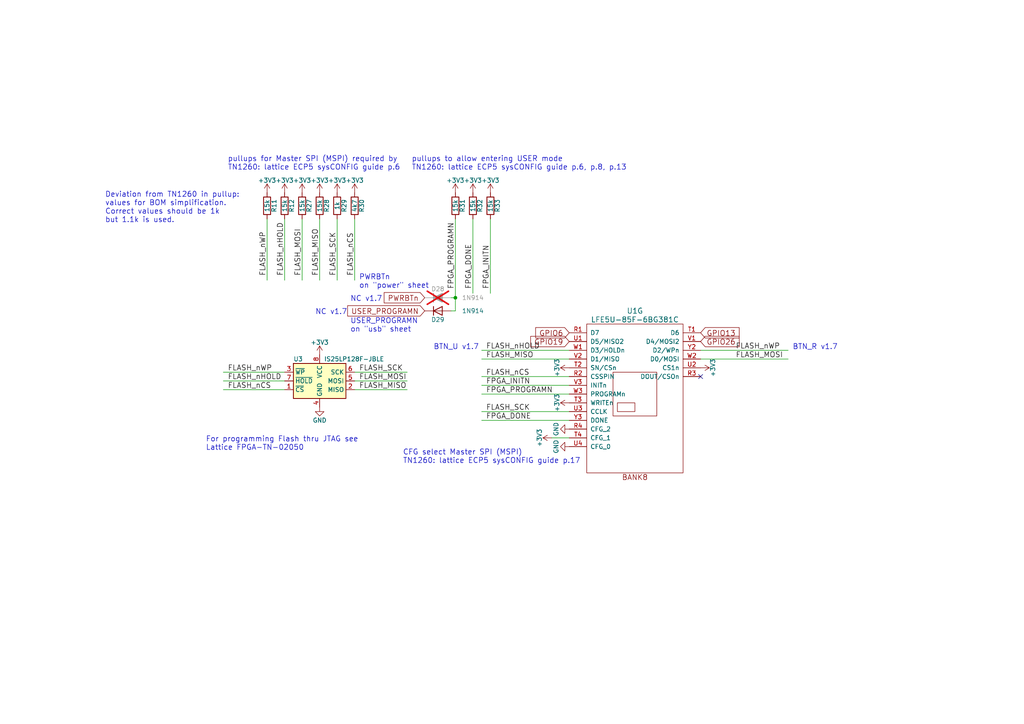
<source format=kicad_sch>
(kicad_sch (version 20231120) (generator "eeschema") (generator_version "8.0")
  (paper "A4")
  (title_block (title "${project_name}") (date "2025-03-12") (rev "${project_version}") (company "${project_creator}") (comment 1 "SPI flash") (comment 2 "License: ${project_license}"))
  (lib_symbols
    (symbol "Device:D" (pin_numbers hide) (pin_names (offset 1.016) hide)
      (property "Reference" "D" (at 0 2.54 0))
      (property "Value" "D" (at 0 -2.54 0))
      (symbol "D_0_1"
        (polyline (pts (xy -1.27 1.27) (xy -1.27 -1.27)) (stroke (width 0.254)))
        (polyline (pts (xy 1.27 0) (xy -1.27 0)))
        (polyline (pts (xy 1.27 1.27) (xy 1.27 -1.27) (xy -1.27 0) (xy 1.27 1.27)) (stroke (width 0.254)))
      )
      (symbol "D_1_1"
        (pin passive line (at -3.81 0 0) (length 2.54) (name "K") (number "1"))
        (pin passive line (at 3.81 0 180) (length 2.54) (name "A") (number "2"))
      )
    )
    (symbol "Device:R" (pin_numbers hide) (pin_names (offset 0))
      (property "Reference" "R" (at 2.032 0 90))
      (property "Value" "R" (at 0 0 90))
      (symbol "R_0_1"
        (rectangle (start -1.016 -2.54) (end 1.016 2.54) (stroke (width 0.254)))
      )
      (symbol "R_1_1"
        (pin passive line (at 0 3.81 270) (length 1.27) (name "~") (number "1"))
        (pin passive line (at 0 -3.81 90) (length 1.27) (name "~") (number "2"))
      )
    )
    (symbol "Memory_EEPROM:25LCxxx"
      (property "Reference" "U" (at -7.62 6.35 0))
      (property "Value" "25LCxxx" (at 2.54 -6.35 0))
      (symbol "25LCxxx_1_1"
        (rectangle (start -7.62 5.08) (end 7.62 -5.08) (stroke (width 0.254)) (fill (type background)))
        (pin input line (at -10.16 -2.54 0) (length 2.54) (name "~{CS}") (number "1"))
        (pin tri_state line (at 10.16 -2.54 180) (length 2.54) (name "MISO") (number "2"))
        (pin input line (at -10.16 2.54 0) (length 2.54) (name "~{WP}") (number "3"))
        (pin power_in line (at 0 -7.62 90) (length 2.54) (name "GND") (number "4"))
        (pin input line (at 10.16 0 180) (length 2.54) (name "MOSI") (number "5"))
        (pin input line (at 10.16 2.54 180) (length 2.54) (name "SCK") (number "6"))
        (pin input line (at -10.16 0 0) (length 2.54) (name "~{HOLD}") (number "7"))
        (pin power_in line (at 0 7.62 270) (length 2.54) (name "VCC") (number "8"))
      )
    )
    (symbol "lfe5bg381:LFE5UM-85F-6BG381C" (pin_names (offset 1.016))
      (property "Reference" "U" (at 0 24.13 0))
      (property "Value" "LFE5UM-85F-6BG381C" (at 0 21.59 0))
      (symbol "LFE5UM-85F-6BG381C_1_1"
        (rectangle (start -13.97 20.32) (end 13.97 -17.78))
        (rectangle (start -6.35 6.35) (end 6.35 -6.35))
        (rectangle (start -5.08 5.08) (end 0 2.54))
        (text "BANK0" (at 0 -19.05 0) (effects (font (size 1.524 1.524))))
        (pin input line (at -19.05 15.24 0) (length 5.08) (name "PCLKT0_1") (number "A10"))
        (pin input line (at 19.05 15.24 180) (length 5.08) (name "PCLKC0_1") (number "A11"))
        (pin input line (at -19.05 -10.16 0) (length 5.08) (name "PT4A") (number "A6"))
        (pin input line (at -19.05 5.08 0) (length 5.08) (name "PT18A") (number "A7"))
        (pin input line (at 19.05 5.08 180) (length 5.08) (name "PT18B") (number "A8"))
        (pin input line (at -19.05 12.7 0) (length 5.08) (name "GR_PCLK0_1") (number "A9"))
        (pin input line (at 19.05 12.7 180) (length 5.08) (name "GR_PCLK0_0") (number "B10"))
        (pin input line (at -19.05 17.78 0) (length 5.08) (name "PCLKT0_0") (number "B11"))
        (pin input line (at 19.05 -10.16 180) (length 5.08) (name "PT4B") (number "B6"))
        (pin input line (at 19.05 2.54 180) (length 5.08) (name "PT15B") (number "B8"))
        (pin input line (at -19.05 10.16 0) (length 5.08) (name "PT58A") (number "B9"))
        (pin input line (at 19.05 10.16 180) (length 5.08) (name "PT58B") (number "C10"))
        (pin input line (at 19.05 17.78 180) (length 5.08) (name "PCLKC0_0") (number "C11"))
        (pin input line (at -19.05 -2.54 0) (length 5.08) (name "PT11A") (number "C6"))
        (pin input line (at 19.05 -2.54 180) (length 5.08) (name "PT11B") (number "C7"))
        (pin input line (at -19.05 2.54 0) (length 5.08) (name "PT15A") (number "C8"))
        (pin input line (at -19.05 -15.24 0) (length 5.08) (name "PT54A") (number "C9"))
        (pin input line (at -19.05 -12.7 0) (length 5.08) (name "PT56A") (number "D10"))
        (pin input line (at 19.05 -7.62 180) (length 5.08) (name "PT6B") (number "D6"))
        (pin input line (at 19.05 -5.08 180) (length 5.08) (name "PT9B") (number "D7"))
        (pin input line (at 19.05 0 180) (length 5.08) (name "PT13B") (number "D8"))
        (pin input line (at -19.05 7.62 0) (length 5.08) (name "PT20A") (number "D9"))
        (pin input line (at 19.05 -12.7 180) (length 5.08) (name "PT56B") (number "E10"))
        (pin input line (at -19.05 -7.62 0) (length 5.08) (name "PT6A") (number "E6"))
        (pin input line (at -19.05 -5.08 0) (length 5.08) (name "PT9A") (number "E7"))
        (pin input line (at -19.05 0 0) (length 5.08) (name "PT13A") (number "E8"))
        (pin input line (at 19.05 7.62 180) (length 5.08) (name "PT20B") (number "E9"))
      )
      (symbol "LFE5UM-85F-6BG381C_2_0"
        (text "BANK1" (at 0 -26.67 0) (effects (font (size 1.524 1.524))))
      )
      (symbol "LFE5UM-85F-6BG381C_2_1"
        (rectangle (start -13.97 20.32) (end 13.97 -25.4))
        (rectangle (start -6.35 6.35) (end 6.35 -6.35))
        (rectangle (start 0 5.08) (end 5.08 2.54))
        (pin input line (at -19.05 -12.7 0) (length 5.08) (name "PT76A") (number "A12"))
        (pin input line (at 19.05 -12.7 180) (length 5.08) (name "PT76B") (number "A13"))
        (pin input line (at -19.05 -5.08 0) (length 5.08) (name "PT83A") (number "A14"))
        (pin input line (at -19.05 -22.86 0) (length 5.08) (name "PT103A") (number "A15"))
        (pin input line (at -19.05 5.08 0) (length 5.08) (name "PT110A") (number "A16"))
        (pin input line (at -19.05 12.7 0) (length 5.08) (name "PT116A") (number "A17"))
        (pin input line (at -19.05 15.24 0) (length 5.08) (name "PT119A") (number "A18"))
        (pin input line (at -19.05 17.78 0) (length 5.08) (name "PT121A") (number "A19"))
        (pin input line (at -19.05 -17.78 0) (length 5.08) (name "PCLKT1_0") (number "B12"))
        (pin input line (at -19.05 -10.16 0) (length 5.08) (name "PT78A") (number "B13"))
        (pin input line (at -19.05 0 0) (length 5.08) (name "PT105A") (number "B15"))
        (pin input line (at 19.05 5.08 180) (length 5.08) (name "PT110B") (number "B16"))
        (pin input line (at -19.05 10.16 0) (length 5.08) (name "PT114A") (number "B17"))
        (pin input line (at 19.05 12.7 180) (length 5.08) (name "PT116B") (number "B18"))
        (pin input line (at 19.05 15.24 180) (length 5.08) (name "PT119B") (number "B19"))
        (pin input line (at 19.05 17.78 180) (length 5.08) (name "PT121B") (number "B20"))
        (pin input line (at 19.05 -17.78 180) (length 5.08) (name "PCLKC1_0") (number "C12"))
        (pin input line (at 19.05 -10.16 180) (length 5.08) (name "PT78B") (number "C13"))
        (pin input line (at 19.05 -5.08 180) (length 5.08) (name "PT83B") (number "C14"))
        (pin input line (at 19.05 0 180) (length 5.08) (name "PT105B") (number "C15"))
        (pin input line (at -19.05 7.62 0) (length 5.08) (name "PT112A") (number "C16"))
        (pin input line (at 19.05 10.16 180) (length 5.08) (name "PT114B") (number "C17"))
        (pin input line (at -19.05 -20.32 0) (length 5.08) (name "PCLKT1_1") (number "D11"))
        (pin input line (at -19.05 -15.24 0) (length 5.08) (name "GR_PCLK1_0") (number "D12"))
        (pin input line (at -19.05 -7.62 0) (length 5.08) (name "PT80A") (number "D13"))
        (pin input line (at -19.05 -2.54 0) (length 5.08) (name "PT85A") (number "D14"))
        (pin input line (at -19.05 2.54 0) (length 5.08) (name "PT107A") (number "D15"))
        (pin input line (at 19.05 7.62 180) (length 5.08) (name "PT112B") (number "D16"))
        (pin input line (at 19.05 -20.32 180) (length 5.08) (name "PCLKC1_1") (number "E11"))
        (pin input line (at 19.05 -15.24 180) (length 5.08) (name "GR_PCLK1_1") (number "E12"))
        (pin input line (at 19.05 -7.62 180) (length 5.08) (name "PT80B") (number "E13"))
        (pin input line (at 19.05 -2.54 180) (length 5.08) (name "PT85B") (number "E14"))
        (pin input line (at 19.05 2.54 180) (length 5.08) (name "PT107B") (number "E15"))
      )
      (symbol "LFE5UM-85F-6BG381C_3_0"
        (text "BANK2" (at 0 -26.67 0) (effects (font (size 1.524 1.524))))
      )
      (symbol "LFE5UM-85F-6BG381C_3_1"
        (rectangle (start -13.97 20.32) (end 13.97 -25.4))
        (rectangle (start -6.35 6.35) (end 6.35 -6.35))
        (rectangle (start 5.08 5.08) (end 2.54 0))
        (pin input line (at -19.05 -20.32 0) (length 5.08) (name "PR11A") (number "C18"))
        (pin input line (at -19.05 0 0) (length 5.08) (name "PR35A") (number "C20"))
        (pin input line (at 19.05 -20.32 180) (length 5.08) (name "PR11B") (number "D17"))
        (pin input line (at -19.05 -15.24 0) (length 5.08) (name "PR14A") (number "D18"))
        (pin input line (at 19.05 0 180) (length 5.08) (name "PR35B") (number "D19"))
        (pin input line (at -19.05 2.54 0) (length 5.08) (name "VREF1_2") (number "D20"))
        (pin input line (at -19.05 -17.78 0) (length 5.08) (name "PR11C") (number "E16"))
        (pin input line (at 19.05 -15.24 180) (length 5.08) (name "PR14B") (number "E17"))
        (pin input line (at -19.05 -12.7 0) (length 5.08) (name "PR14C") (number "E18"))
        (pin input line (at 19.05 2.54 180) (length 5.08) (name "PR35D") (number "E19"))
        (pin input line (at -19.05 5.08 0) (length 5.08) (name "PR38A") (number "E20"))
        (pin input line (at 19.05 -17.78 180) (length 5.08) (name "PR11D") (number "F16"))
        (pin input line (at -19.05 -10.16 0) (length 5.08) (name "PR17A") (number "F17"))
        (pin input line (at 19.05 -12.7 180) (length 5.08) (name "PR14D") (number "F18"))
        (pin input line (at 19.05 5.08 180) (length 5.08) (name "PR38B") (number "F19"))
        (pin input line (at -19.05 7.62 0) (length 5.08) (name "PR38C") (number "F20"))
        (pin input line (at -19.05 -7.62 0) (length 5.08) (name "PR17C") (number "G16"))
        (pin input line (at 19.05 -10.16 180) (length 5.08) (name "PR17B") (number "G18"))
        (pin input line (at -19.05 10.16 0) (length 5.08) (name "GR_PCLK2_1") (number "G19"))
        (pin input line (at 19.05 7.62 180) (length 5.08) (name "PR38D") (number "G20"))
        (pin input line (at 19.05 -7.62 180) (length 5.08) (name "PR17D") (number "H16"))
        (pin input line (at 19.05 -5.08 180) (length 5.08) (name "PR20B") (number "H17"))
        (pin input line (at -19.05 -5.08 0) (length 5.08) (name "PR20A") (number "H18"))
        (pin input line (at 19.05 10.16 180) (length 5.08) (name "PR41B") (number "H20"))
        (pin input line (at 19.05 -2.54 180) (length 5.08) (name "PR20D") (number "J16"))
        (pin input line (at -19.05 -2.54 0) (length 5.08) (name "PR20C") (number "J17"))
        (pin input line (at -19.05 12.7 0) (length 5.08) (name "GR_PCLK2_0") (number "J18"))
        (pin input line (at -19.05 15.24 0) (length 5.08) (name "PCLKT2_1") (number "J19"))
        (pin input line (at -19.05 17.78 0) (length 5.08) (name "PCLKT2_0") (number "J20"))
        (pin input line (at -19.05 -22.86 0) (length 5.08) (name "PR29A") (number "K16"))
        (pin input line (at 19.05 -22.86 180) (length 5.08) (name "PR29B") (number "K17"))
        (pin input line (at 19.05 12.7 180) (length 5.08) (name "PR41D") (number "K18"))
        (pin input line (at 19.05 15.24 180) (length 5.08) (name "PCLKC2_1") (number "K19"))
        (pin input line (at 19.05 17.78 180) (length 5.08) (name "PCLKC2_0") (number "K20"))
      )
      (symbol "LFE5UM-85F-6BG381C_4_0"
        (text "BANK3" (at 0 -26.67 0) (effects (font (size 1.524 1.524))))
      )
      (symbol "LFE5UM-85F-6BG381C_4_1"
        (rectangle (start -13.97 20.32) (end 13.97 -25.4))
        (rectangle (start -6.35 6.35) (end 6.35 -6.35))
        (rectangle (start 2.54 0) (end 5.08 -5.08))
        (pin input line (at -19.05 -15.24 0) (length 5.08) (name "GR_PCLK3_0") (number "L16"))
        (pin input line (at 19.05 -15.24 180) (length 5.08) (name "PR50B") (number "L17"))
        (pin input line (at -19.05 -12.7 0) (length 5.08) (name "GR_PCLK3_1") (number "L18"))
        (pin input line (at -19.05 -17.78 0) (length 5.08) (name "PCLKT3_0") (number "L19"))
        (pin input line (at -19.05 -20.32 0) (length 5.08) (name "PCLKT3_1") (number "L20"))
        (pin input line (at 19.05 -10.16 180) (length 5.08) (name "PR53B") (number "M17"))
        (pin input line (at 19.05 -12.7 180) (length 5.08) (name "PR50D") (number "M18"))
        (pin input line (at 19.05 -17.78 180) (length 5.08) (name "PCLKC3_0") (number "M19"))
        (pin input line (at 19.05 -20.32 180) (length 5.08) (name "PCLKC3_1") (number "M20"))
        (pin input line (at -19.05 -10.16 0) (length 5.08) (name "PR53A") (number "N16"))
        (pin input line (at -19.05 -5.08 0) (length 5.08) (name "PR56A") (number "N17"))
        (pin input line (at -19.05 -7.62 0) (length 5.08) (name "PR53C") (number "N18"))
        (pin input line (at -19.05 0 0) (length 5.08) (name "PR83A") (number "N19"))
        (pin input line (at 19.05 0 180) (length 5.08) (name "PR83B") (number "N20"))
        (pin input line (at 19.05 -5.08 180) (length 5.08) (name "VREF1_3") (number "P16"))
        (pin input line (at 19.05 -7.62 180) (length 5.08) (name "PR53D") (number "P17"))
        (pin input line (at 19.05 2.54 180) (length 5.08) (name "PR83D") (number "P18"))
        (pin input line (at -19.05 2.54 0) (length 5.08) (name "PR83C") (number "P19"))
        (pin input line (at -19.05 5.08 0) (length 5.08) (name "PR86A") (number "P20"))
        (pin input line (at -19.05 -2.54 0) (length 5.08) (name "PR56C") (number "R16"))
        (pin input line (at 19.05 -2.54 180) (length 5.08) (name "PR56D") (number "R17"))
        (pin input line (at 19.05 10.16 180) (length 5.08) (name "PR89B") (number "R18"))
        (pin input line (at 19.05 5.08 180) (length 5.08) (name "PR86B") (number "R20"))
        (pin input line (at -19.05 -22.86 0) (length 5.08) (name "PR77A") (number "T16"))
        (pin input line (at 19.05 17.78 180) (length 5.08) (name "GPLL0C_IN") (number "T17"))
        (pin input line (at 19.05 12.7 180) (length 5.08) (name "PR89D") (number "T18"))
        (pin input line (at -19.05 10.16 0) (length 5.08) (name "PR89A") (number "T19"))
        (pin input line (at -19.05 7.62 0) (length 5.08) (name "PR86C") (number "T20"))
        (pin input line (at -19.05 17.78 0) (length 5.08) (name "GPLL0T_IN") (number "U16"))
        (pin input line (at 19.05 15.24 180) (length 5.08) (name "PR92B") (number "U17"))
        (pin input line (at -19.05 15.24 0) (length 5.08) (name "PR92A") (number "U18"))
        (pin input line (at -19.05 12.7 0) (length 5.08) (name "PR89C") (number "U19"))
        (pin input line (at 19.05 7.62 180) (length 5.08) (name "PR86D") (number "U20"))
      )
      (symbol "LFE5UM-85F-6BG381C_5_0"
        (text "BANK6" (at 0 -26.67 0) (effects (font (size 1.524 1.524))))
      )
      (symbol "LFE5UM-85F-6BG381C_5_1"
        (rectangle (start -13.97 20.32) (end 13.97 -25.4))
        (rectangle (start -6.35 6.35) (end 6.35 -6.35))
        (rectangle (start -5.08 0) (end -2.54 -5.08))
        (pin input line (at 19.05 15.24 180) (length 5.08) (name "PCLKC6_1") (number "F1"))
        (pin input line (at 19.05 17.78 180) (length 5.08) (name "PCLKC6_0") (number "G1"))
        (pin input line (at -19.05 15.24 0) (length 5.08) (name "PCLKT6_1") (number "G2"))
        (pin input line (at -19.05 7.62 0) (length 5.08) (name "PL53C") (number "H1"))
        (pin input line (at -19.05 17.78 0) (length 5.08) (name "PCLKT6_0") (number "H2"))
        (pin input line (at 19.05 5.08 180) (length 5.08) (name "PL53B") (number "J1"))
        (pin input line (at -19.05 12.7 0) (length 5.08) (name "GR_PCLK6_1") (number "J3"))
        (pin input line (at -19.05 10.16 0) (length 5.08) (name "GR_PCLK6_0") (number "J4"))
        (pin input line (at 19.05 10.16 180) (length 5.08) (name "PL50B") (number "J5"))
        (pin input line (at 19.05 7.62 180) (length 5.08) (name "PL53D") (number "K1"))
        (pin input line (at -19.05 5.08 0) (length 5.08) (name "PL53A") (number "K2"))
        (pin input line (at 19.05 12.7 180) (length 5.08) (name "PL50D") (number "K3"))
        (pin input line (at -19.05 0 0) (length 5.08) (name "PL56A") (number "K4"))
        (pin input line (at 19.05 0 180) (length 5.08) (name "VREF1_6") (number "K5"))
        (pin input line (at -19.05 -12.7 0) (length 5.08) (name "PL65C") (number "L1"))
        (pin input line (at 19.05 -7.62 180) (length 5.08) (name "PL86D") (number "L2"))
        (pin input line (at -19.05 -7.62 0) (length 5.08) (name "PL86C") (number "L3"))
        (pin input line (at -19.05 2.54 0) (length 5.08) (name "PL56C") (number "L4"))
        (pin input line (at 19.05 2.54 180) (length 5.08) (name "PL56D") (number "L5"))
        (pin input line (at 19.05 -15.24 180) (length 5.08) (name "PL89B") (number "M1"))
        (pin input line (at 19.05 -10.16 180) (length 5.08) (name "PL86B") (number "M3"))
        (pin input line (at -19.05 -5.08 0) (length 5.08) (name "PL83A") (number "M4"))
        (pin input line (at -19.05 -22.86 0) (length 5.08) (name "PL77A") (number "M5"))
        (pin input line (at 19.05 -12.7 180) (length 5.08) (name "PL89D") (number "N1"))
        (pin input line (at -19.05 -15.24 0) (length 5.08) (name "PL65A") (number "N2"))
        (pin input line (at -19.05 -10.16 0) (length 5.08) (name "PL86A") (number "N3"))
        (pin input line (at -19.05 -2.54 0) (length 5.08) (name "PL83C") (number "N4"))
        (pin input line (at 19.05 -5.08 180) (length 5.08) (name "PL83B") (number "N5"))
        (pin input line (at -19.05 -20.32 0) (length 5.08) (name "PL92A") (number "P1"))
        (pin input line (at 19.05 -20.32 180) (length 5.08) (name "PL92B") (number "P2"))
        (pin input line (at -19.05 -17.78 0) (length 5.08) (name "GPLL0T_IN") (number "P3"))
        (pin input line (at 19.05 -17.78 180) (length 5.08) (name "GPLL0C_IN") (number "P4"))
        (pin input line (at 19.05 -2.54 180) (length 5.08) (name "PL83D") (number "P5"))
      )
      (symbol "LFE5UM-85F-6BG381C_6_0"
        (text "BANK7" (at 0 -24.13 0) (effects (font (size 1.524 1.524))))
      )
      (symbol "LFE5UM-85F-6BG381C_6_1"
        (rectangle (start -13.97 20.32) (end 13.97 -22.86))
        (rectangle (start -6.35 6.35) (end 6.35 -6.35))
        (rectangle (start -5.08 5.08) (end -2.54 0))
        (pin input line (at -19.05 -5.08 0) (length 5.08) (name "PL35A") (number "A2"))
        (pin input line (at -19.05 12.7 0) (length 5.08) (name "PL14C") (number "A3"))
        (pin input line (at -19.05 15.24 0) (length 5.08) (name "PL11A") (number "A4"))
        (pin input line (at 19.05 15.24 180) (length 5.08) (name "PL11B") (number "A5"))
        (pin input line (at 19.05 -5.08 180) (length 5.08) (name "PL35B") (number "B1"))
        (pin input line (at -19.05 -2.54 0) (length 5.08) (name "VREF1_7") (number "B2"))
        (pin input line (at 19.05 12.7 180) (length 5.08) (name "PL14D") (number "B3"))
        (pin input line (at 19.05 10.16 180) (length 5.08) (name "PL14B") (number "B4"))
        (pin input line (at -19.05 17.78 0) (length 5.08) (name "PL11C") (number "B5"))
        (pin input line (at -19.05 -10.16 0) (length 5.08) (name "PL38A") (number "C1"))
        (pin input line (at 19.05 -2.54 180) (length 5.08) (name "PL35D") (number "C2"))
        (pin input line (at -19.05 7.62 0) (length 5.08) (name "PL17C") (number "C3"))
        (pin input line (at -19.05 10.16 0) (length 5.08) (name "PL14A") (number "C4"))
        (pin input line (at 19.05 17.78 180) (length 5.08) (name "PL11D") (number "C5"))
        (pin input line (at 19.05 -10.16 180) (length 5.08) (name "PL38B") (number "D1"))
        (pin input line (at -19.05 -7.62 0) (length 5.08) (name "PL38C") (number "D2"))
        (pin input line (at 19.05 7.62 180) (length 5.08) (name "PL17D") (number "D3"))
        (pin input line (at 19.05 5.08 180) (length 5.08) (name "PL17B") (number "D5"))
        (pin input line (at 19.05 -7.62 180) (length 5.08) (name "PL38D") (number "E1"))
        (pin input line (at 19.05 -17.78 180) (length 5.08) (name "PCLKC7_0") (number "E2"))
        (pin input line (at 19.05 0 180) (length 5.08) (name "PL20B") (number "E3"))
        (pin input line (at -19.05 5.08 0) (length 5.08) (name "PL17A") (number "E4"))
        (pin input line (at -19.05 2.54 0) (length 5.08) (name "PL20C") (number "E5"))
        (pin input line (at -19.05 -17.78 0) (length 5.08) (name "PCLKT7_0") (number "F2"))
        (pin input line (at 19.05 -20.32 180) (length 5.08) (name "PCLKC7_1") (number "F3"))
        (pin input line (at -19.05 0 0) (length 5.08) (name "PL20A") (number "F4"))
        (pin input line (at 19.05 2.54 180) (length 5.08) (name "PL20D") (number "F5"))
        (pin input line (at -19.05 -20.32 0) (length 5.08) (name "PCLKT7_1") (number "G3"))
        (pin input line (at 19.05 -15.24 180) (length 5.08) (name "PL41B") (number "G5"))
        (pin input line (at 19.05 -12.7 180) (length 5.08) (name "PL41D") (number "H3"))
        (pin input line (at -19.05 -15.24 0) (length 5.08) (name "GR_PCLK7_1") (number "H4"))
        (pin input line (at -19.05 -12.7 0) (length 5.08) (name "GR_PCLK7_0") (number "H5"))
      )
      (symbol "LFE5UM-85F-6BG381C_7_0"
        (text "BANK8" (at 0 -24.13 0) (effects (font (size 1.524 1.524))))
      )
      (symbol "LFE5UM-85F-6BG381C_7_1"
        (rectangle (start -13.97 20.32) (end 13.97 -22.86))
        (rectangle (start -6.35 6.35) (end 6.35 -6.35))
        (rectangle (start -5.08 -5.08) (end 0 -2.54))
        (pin input line (at -19.05 17.78 0) (length 5.08) (name "D7") (number "R1"))
        (pin input line (at -19.05 5.08 0) (length 5.08) (name "CSSPIN") (number "R2"))
        (pin input line (at 19.05 5.08 180) (length 5.08) (name "DOUT/CSOn") (number "R3"))
        (pin input line (at -19.05 -10.16 0) (length 5.08) (name "CFG_2") (number "R4"))
        (pin input line (at 19.05 17.78 180) (length 5.08) (name "D6") (number "T1"))
        (pin input line (at -19.05 7.62 0) (length 5.08) (name "SN/CSn") (number "T2"))
        (pin input line (at -19.05 -2.54 0) (length 5.08) (name "WRITEn") (number "T3"))
        (pin input line (at -19.05 -12.7 0) (length 5.08) (name "CFG_1") (number "T4"))
        (pin input line (at -19.05 15.24 0) (length 5.08) (name "D5/MISO2") (number "U1"))
        (pin input line (at 19.05 7.62 180) (length 5.08) (name "CS1n") (number "U2"))
        (pin input line (at -19.05 -5.08 0) (length 5.08) (name "CCLK") (number "U3"))
        (pin input line (at -19.05 -15.24 0) (length 5.08) (name "CFG_0") (number "U4"))
        (pin input line (at 19.05 15.24 180) (length 5.08) (name "D4/MOSI2") (number "V1"))
        (pin input line (at -19.05 10.16 0) (length 5.08) (name "D1/MISO") (number "V2"))
        (pin input line (at -19.05 2.54 0) (length 5.08) (name "INITn") (number "V3"))
        (pin input line (at -19.05 12.7 0) (length 5.08) (name "D3/HOLDn") (number "W1"))
        (pin input line (at 19.05 10.16 180) (length 5.08) (name "D0/MOSI") (number "W2"))
        (pin input line (at -19.05 0 0) (length 5.08) (name "PROGRAMn") (number "W3"))
        (pin input line (at 19.05 12.7 180) (length 5.08) (name "D2/WPn") (number "Y2"))
        (pin input line (at -19.05 -7.62 0) (length 5.08) (name "DONE") (number "Y3"))
      )
      (symbol "LFE5UM-85F-6BG381C_8_0"
        (text "BANK50,51" (at 0 -27.94 0) (effects (font (size 1.524 1.524))))
        (text "SERDES" (at 0 -30.48 0) (effects (font (size 1.524 1.524))))
      )
      (symbol "LFE5UM-85F-6BG381C_8_1"
        (rectangle (start -16.51 25.4) (end 16.51 -26.67))
        (rectangle (start -6.35 6.35) (end 6.35 -6.35))
        (rectangle (start 3.81 -5.08) (end -3.81 -3.81))
        (pin input line (at 21.59 8.89 180) (length 5.08) (name "VCCHTX0_D0CH1") (number "T10"))
        (pin input line (at -21.59 -7.62 0) (length 5.08) (name "VCCHTX0_D1CH0") (number "T11"))
        (pin input line (at -21.59 -10.16 0) (length 5.08) (name "VCCHRX0_D1CH0") (number "T12"))
        (pin input line (at 21.59 -10.16 180) (length 5.08) (name "VCCHRX0_D1CH1") (number "T13"))
        (pin input line (at 21.59 -7.62 180) (length 5.08) (name "VCCHTX0_D1CH1") (number "T14"))
        (pin input line (at -21.59 -2.54 0) (length 5.08) (name "VCCA1") (number "T15"))
        (pin input line (at -21.59 3.81 0) (length 5.08) (name "VCCA0") (number "T6"))
        (pin input line (at -21.59 8.89 0) (length 5.08) (name "VCCHTX0_D0CH0") (number "T7"))
        (pin input line (at -21.59 6.35 0) (length 5.08) (name "VCCHRX0_D0CH0") (number "T8"))
        (pin input line (at 21.59 6.35 180) (length 5.08) (name "VCCHRX0_D0CH1") (number "T9"))
        (pin input line (at -21.59 -5.08 0) (length 5.08) (name "VCCA1") (number "U15"))
        (pin input line (at -21.59 1.27 0) (length 5.08) (name "VCCA0") (number "U6"))
        (pin input line (at 21.59 3.81 180) (length 5.08) (name "VCCAUXA0") (number "V10"))
        (pin input line (at 21.59 1.27 180) (length 5.08) (name "VCCAUXA0") (number "V11"))
        (pin input line (at 21.59 -2.54 180) (length 5.08) (name "VCCAUXA1") (number "V17"))
        (pin input line (at 21.59 -5.08 180) (length 5.08) (name "VCCAUXA1") (number "V18"))
        (pin input line (at -21.59 -16.51 0) (length 5.08) (name "HDTXP0_D1CH0") (number "W13"))
        (pin input line (at 21.59 -16.51 180) (length 5.08) (name "HDTXN0_D1CH0") (number "W14"))
        (pin input line (at -21.59 -21.59 0) (length 5.08) (name "HDTXP0_D1CH1") (number "W17"))
        (pin input line (at 21.59 -21.59 180) (length 5.08) (name "HDTXN0_D1CH1") (number "W18"))
        (pin input line (at 21.59 -13.97 180) (length 5.08) (name "REFCLKN_D1") (number "W20"))
        (pin input line (at -21.59 20.32 0) (length 5.08) (name "HDTXP0_D0CH0") (number "W4"))
        (pin input line (at 21.59 20.32 180) (length 5.08) (name "HDTXN0_D0CH0") (number "W5"))
        (pin input line (at -21.59 15.24 0) (length 5.08) (name "HDTXP0_D0CH1") (number "W8"))
        (pin input line (at 21.59 15.24 180) (length 5.08) (name "HDTXN0_D0CH1") (number "W9"))
        (pin input line (at -21.59 22.86 0) (length 5.08) (name "REFCLKP_D0") (number "Y11"))
        (pin input line (at 21.59 22.86 180) (length 5.08) (name "REFCLKN_D0") (number "Y12"))
        (pin input line (at -21.59 -19.05 0) (length 5.08) (name "HDRXP0_D1CH0") (number "Y14"))
        (pin input line (at 21.59 -19.05 180) (length 5.08) (name "HDRXN0_D1CH0") (number "Y15"))
        (pin input line (at -21.59 -24.13 0) (length 5.08) (name "HDRXP0_D1CH1") (number "Y16"))
        (pin input line (at 21.59 -24.13 180) (length 5.08) (name "HDRXN0_D1CH1") (number "Y17"))
        (pin input line (at -21.59 -13.97 0) (length 5.08) (name "REFCLKP_D1") (number "Y19"))
        (pin input line (at -21.59 17.78 0) (length 5.08) (name "HDRXP0_D0CH0") (number "Y5"))
        (pin input line (at 21.59 17.78 180) (length 5.08) (name "HDRXN0_D0CH0") (number "Y6"))
        (pin input line (at -21.59 12.7 0) (length 5.08) (name "HDRXP0_D0CH1") (number "Y7"))
        (pin input line (at 21.59 12.7 180) (length 5.08) (name "HDRXN0_D0CH1") (number "Y8"))
      )
      (symbol "LFE5UM-85F-6BG381C_9_1"
        (rectangle (start -109.22 11.43) (end 118.11 -12.7))
        (rectangle (start -6.35 6.35) (end 6.35 -6.35))
        (rectangle (start -2.54 2.54) (end 2.54 -2.54))
        (text "POWER" (at 0 3.81 0) (effects (font (size 1.524 1.524))))
        (pin input line (at -77.47 -17.78 90) (length 5.08) (name "GND") (number "B14"))
        (pin input line (at 13.97 -17.78 90) (length 5.08) (name "GND") (number "B7"))
        (pin input line (at -97.79 -17.78 90) (length 5.08) (name "GND") (number "C19"))
        (pin input line (at 41.91 -17.78 90) (length 5.08) (name "GND") (number "D4"))
        (pin input line (at -40.64 16.51 270) (length 5.08) (name "VCCio0") (number "F10"))
        (pin input line (at -30.48 16.51 270) (length 5.08) (name "VCCio1") (number "F11"))
        (pin input line (at -33.02 16.51 270) (length 5.08) (name "VCCio1") (number "F12"))
        (pin input line (at -57.15 -17.78 90) (length 5.08) (name "GND") (number "F13"))
        (pin input line (at -74.93 -17.78 90) (length 5.08) (name "GND") (number "F14"))
        (pin input line (at -53.34 16.51 270) (length 5.08) (name "VCCAUX") (number "F15"))
        (pin input line (at -48.26 16.51 270) (length 5.08) (name "VCCAUX") (number "F6"))
        (pin input line (at 16.51 -17.78 90) (length 5.08) (name "GND") (number "F7"))
        (pin input line (at 6.35 -17.78 90) (length 5.08) (name "GND") (number "F8"))
        (pin input line (at -38.1 16.51 270) (length 5.08) (name "VCCio0") (number "F9"))
        (pin input line (at -19.05 -17.78 90) (length 5.08) (name "GND") (number "G10"))
        (pin input line (at -34.29 -17.78 90) (length 5.08) (name "GND") (number "G11"))
        (pin input line (at -49.53 -17.78 90) (length 5.08) (name "GND") (number "G12"))
        (pin input line (at -54.61 -17.78 90) (length 5.08) (name "GND") (number "G13"))
        (pin input line (at -72.39 -17.78 90) (length 5.08) (name "GND") (number "G14"))
        (pin input line (at -85.09 -17.78 90) (length 5.08) (name "GND") (number "G15"))
        (pin input line (at -90.17 -17.78 90) (length 5.08) (name "GND") (number "G17"))
        (pin input line (at 44.45 -17.78 90) (length 5.08) (name "GND") (number "G4"))
        (pin input line (at 34.29 -17.78 90) (length 5.08) (name "GND") (number "G6"))
        (pin input line (at 19.05 -17.78 90) (length 5.08) (name "GND") (number "G7"))
        (pin input line (at 8.89 -17.78 90) (length 5.08) (name "GND") (number "G8"))
        (pin input line (at -6.35 -17.78 90) (length 5.08) (name "GND") (number "G9"))
        (pin input line (at -81.28 16.51 270) (length 5.08) (name "VCC") (number "H10"))
        (pin input line (at -86.36 16.51 270) (length 5.08) (name "VCC") (number "H11"))
        (pin input line (at -91.44 16.51 270) (length 5.08) (name "VCC") (number "H12"))
        (pin input line (at -106.68 16.51 270) (length 5.08) (name "VCC") (number "H13"))
        (pin input line (at -20.32 16.51 270) (length 5.08) (name "VCCio2") (number "H14"))
        (pin input line (at -25.4 16.51 270) (length 5.08) (name "VCCio2") (number "H15"))
        (pin input line (at -95.25 -17.78 90) (length 5.08) (name "GND") (number "H19"))
        (pin input line (at 29.21 16.51 270) (length 5.08) (name "VCCio7") (number "H6"))
        (pin input line (at 26.67 16.51 270) (length 5.08) (name "VCCio7") (number "H7"))
        (pin input line (at -71.12 16.51 270) (length 5.08) (name "VCC") (number "H8"))
        (pin input line (at -76.2 16.51 270) (length 5.08) (name "VCC") (number "H9"))
        (pin input line (at -16.51 -17.78 90) (length 5.08) (name "GND") (number "J10"))
        (pin input line (at -31.75 -17.78 90) (length 5.08) (name "GND") (number "J11"))
        (pin input line (at -46.99 -17.78 90) (length 5.08) (name "GND") (number "J12"))
        (pin input line (at -104.14 16.51 270) (length 5.08) (name "VCC") (number "J13"))
        (pin input line (at -69.85 -17.78 90) (length 5.08) (name "GND") (number "J14"))
        (pin input line (at -22.86 16.51 270) (length 5.08) (name "VCCio2") (number "J15"))
        (pin input line (at 46.99 -17.78 90) (length 5.08) (name "GND") (number "J2"))
        (pin input line (at 31.75 16.51 270) (length 5.08) (name "VCCio7") (number "J6"))
        (pin input line (at 21.59 -17.78 90) (length 5.08) (name "GND") (number "J7"))
        (pin input line (at -68.58 16.51 270) (length 5.08) (name "VCC") (number "J8"))
        (pin input line (at -3.81 -17.78 90) (length 5.08) (name "GND") (number "J9"))
        (pin input line (at -13.97 -17.78 90) (length 5.08) (name "GND") (number "K10"))
        (pin input line (at -29.21 -17.78 90) (length 5.08) (name "GND") (number "K11"))
        (pin input line (at -44.45 -17.78 90) (length 5.08) (name "GND") (number "K12"))
        (pin input line (at -101.6 16.51 270) (length 5.08) (name "VCC") (number "K13"))
        (pin input line (at -67.31 -17.78 90) (length 5.08) (name "GND") (number "K14"))
        (pin input line (at -82.55 -17.78 90) (length 5.08) (name "GND") (number "K15"))
        (pin input line (at 36.83 -17.78 90) (length 5.08) (name "GND") (number "K6"))
        (pin input line (at 24.13 -17.78 90) (length 5.08) (name "GND") (number "K7"))
        (pin input line (at -66.04 16.51 270) (length 5.08) (name "VCC") (number "K8"))
        (pin input line (at -1.27 -17.78 90) (length 5.08) (name "GND") (number "K9"))
        (pin input line (at -11.43 -17.78 90) (length 5.08) (name "GND") (number "L10"))
        (pin input line (at -26.67 -17.78 90) (length 5.08) (name "GND") (number "L11"))
        (pin input line (at -41.91 -17.78 90) (length 5.08) (name "GND") (number "L12"))
        (pin input line (at -99.06 16.51 270) (length 5.08) (name "VCC") (number "L13"))
        (pin input line (at -10.16 16.51 270) (length 5.08) (name "VCCio3") (number "L14"))
        (pin input line (at -15.24 16.51 270) (length 5.08) (name "VCCio3") (number "L15"))
        (pin input line (at 19.05 16.51 270) (length 5.08) (name "VCCio6") (number "L6"))
        (pin input line (at 16.51 16.51 270) (length 5.08) (name "VCCio6") (number "L7"))
        (pin input line (at -63.5 16.51 270) (length 5.08) (name "VCC") (number "L8"))
        (pin input line (at 1.27 -17.78 90) (length 5.08) (name "GND") (number "L9"))
        (pin input line (at -8.89 -17.78 90) (length 5.08) (name "GND") (number "M10"))
        (pin input line (at -24.13 -17.78 90) (length 5.08) (name "GND") (number "M11"))
        (pin input line (at -39.37 -17.78 90) (length 5.08) (name "GND") (number "M12"))
        (pin input line (at -96.52 16.51 270) (length 5.08) (name "VCC") (number "M13"))
        (pin input line (at -64.77 -17.78 90) (length 5.08) (name "GND") (number "M14"))
        (pin input line (at -12.7 16.51 270) (length 5.08) (name "VCCio3") (number "M15"))
        (pin input line (at -87.63 -17.78 90) (length 5.08) (name "GND") (number "M16"))
        (pin input line (at 49.53 -17.78 90) (length 5.08) (name "GND") (number "M2"))
        (pin input line (at 21.59 16.51 270) (length 5.08) (name "VCCio6") (number "M6"))
        (pin input line (at 26.67 -17.78 90) (length 5.08) (name "GND") (number "M7"))
        (pin input line (at -60.96 16.51 270) (length 5.08) (name "VCC") (number "M8"))
        (pin input line (at 3.81 -17.78 90) (length 5.08) (name "GND") (number "M9"))
        (pin input line (at -78.74 16.51 270) (length 5.08) (name "VCC") (number "N10"))
        (pin input line (at -83.82 16.51 270) (length 5.08) (name "VCC") (number "N11"))
        (pin input line (at -88.9 16.51 270) (length 5.08) (name "VCC") (number "N12"))
        (pin input line (at -93.98 16.51 270) (length 5.08) (name "VCC") (number "N13"))
        (pin input line (at -62.23 -17.78 90) (length 5.08) (name "GND") (number "N14"))
        (pin input line (at -80.01 -17.78 90) (length 5.08) (name "GND") (number "N15"))
        (pin input line (at 39.37 -17.78 90) (length 5.08) (name "GND") (number "N6"))
        (pin input line (at 29.21 -17.78 90) (length 5.08) (name "GND") (number "N7"))
        (pin input line (at -58.42 16.51 270) (length 5.08) (name "VCC") (number "N8"))
        (pin input line (at -73.66 16.51 270) (length 5.08) (name "VCC") (number "N9"))
        (pin input line (at 36.83 16.51 270) (length 5.08) (name "VCCio8") (number "P10"))
        (pin input line (at -21.59 -17.78 90) (length 5.08) (name "GND") (number "P11"))
        (pin input line (at -36.83 -17.78 90) (length 5.08) (name "GND") (number "P12"))
        (pin input line (at -52.07 -17.78 90) (length 5.08) (name "GND") (number "P13"))
        (pin input line (at -59.69 -17.78 90) (length 5.08) (name "GND") (number "P14"))
        (pin input line (at -50.8 16.51 270) (length 5.08) (name "VCCAUX") (number "P15"))
        (pin input line (at -45.72 16.51 270) (length 5.08) (name "VCCAUX") (number "P6"))
        (pin input line (at 31.75 -17.78 90) (length 5.08) (name "GND") (number "P7"))
        (pin input line (at 11.43 -17.78 90) (length 5.08) (name "GND") (number "P8"))
        (pin input line (at 39.37 16.51 270) (length 5.08) (name "VCCio8") (number "P9"))
        (pin input line (at -92.71 -17.78 90) (length 5.08) (name "GND") (number "R19"))
        (pin input line (at 67.31 -17.78 90) (length 5.08) (name "GND") (number "U10"))
        (pin input line (at 115.57 -17.78 90) (length 5.08) (name "GND") (number "U11"))
        (pin input line (at 107.95 -17.78 90) (length 5.08) (name "GND") (number "U12"))
        (pin input line (at 102.87 -17.78 90) (length 5.08) (name "GND") (number "U13"))
        (pin input line (at 97.79 -17.78 90) (length 5.08) (name "GND") (number "U14"))
        (pin input line (at 59.69 -17.78 90) (length 5.08) (name "GND") (number "U7"))
        (pin input line (at 62.23 -17.78 90) (length 5.08) (name "GND") (number "U8"))
        (pin input line (at 64.77 -17.78 90) (length 5.08) (name "GND") (number "U9"))
        (pin input line (at 110.49 -17.78 90) (length 5.08) (name "GND") (number "V12"))
        (pin input line (at 105.41 -17.78 90) (length 5.08) (name "GND") (number "V13"))
        (pin input line (at 95.25 -17.78 90) (length 5.08) (name "GND") (number "V14"))
        (pin input line (at 82.55 -17.78 90) (length 5.08) (name "GND") (number "V15"))
        (pin input line (at 87.63 -17.78 90) (length 5.08) (name "GND") (number "V16"))
        (pin input line (at 92.71 -17.78 90) (length 5.08) (name "GND") (number "V19"))
        (pin input line (at 69.85 -17.78 90) (length 5.08) (name "GND") (number "V20"))
        (pin input line (at 72.39 -17.78 90) (length 5.08) (name "GND") (number "V5"))
        (pin input line (at 77.47 -17.78 90) (length 5.08) (name "GND") (number "V6"))
        (pin input line (at 52.07 -17.78 90) (length 5.08) (name "GND") (number "V7"))
        (pin input line (at 54.61 -17.78 90) (length 5.08) (name "GND") (number "V8"))
        (pin input line (at 57.15 -17.78 90) (length 5.08) (name "GND") (number "V9"))
        (pin input line (at 113.03 -17.78 90) (length 5.08) (name "GND") (number "W12"))
        (pin input line (at 100.33 -17.78 90) (length 5.08) (name "GND") (number "W15"))
        (pin input line (at 85.09 -17.78 90) (length 5.08) (name "GND") (number "W16"))
        (pin input line (at 90.17 -17.78 90) (length 5.08) (name "GND") (number "W19"))
        (pin input line (at 74.93 -17.78 90) (length 5.08) (name "GND") (number "W6"))
        (pin input line (at 80.01 -17.78 90) (length 5.08) (name "GND") (number "W7"))
      )
      (symbol "LFE5UM-85F-6BG381C_10_0"
        (text "JTAG" (at 0 1.27 0) (effects (font (size 1.524 1.524))))
      )
      (symbol "LFE5UM-85F-6BG381C_10_1"
        (rectangle (start -12.7 6.35) (end 7.62 -6.35))
        (text "PROG" (at 0 -1.27 0) (effects (font (size 1.524 1.524))))
        (pin input line (at -17.78 3.81 0) (length 5.08) (name "TDI") (number "R5"))
        (pin input line (at -17.78 -1.27 0) (length 5.08) (name "TCK") (number "T5"))
        (pin input line (at -17.78 -3.81 0) (length 5.08) (name "TMS") (number "U5"))
        (pin input line (at -17.78 1.27 0) (length 5.08) (name "TDO") (number "V4"))
      )
    )
    (symbol "ulx4m-rescue:+3V3-power" (power) (pin_names (offset 0))
      (property "Value" "power_+3V3" (at 0 3.556 0))
      (symbol "+3V3-power_0_1"
        (polyline (pts (xy -0.762 1.27) (xy 0 2.54)))
        (polyline (pts (xy 0 0) (xy 0 2.54)))
        (polyline (pts (xy 0 2.54) (xy 0.762 1.27)))
      )
      (symbol "+3V3-power_1_1"
        (pin power_in line (at 0 0 90) (length 0) hide (name "+3V3") (number "1"))
      )
    )
    (symbol "ulx4m-rescue:D_ALT-Device" (pin_numbers hide) (pin_names (offset 1.016) hide)
      (property "Reference" "D" (at 0 2.54 0))
      (property "Value" "Device_D_ALT" (at 0 -2.54 0))
      (symbol "D_ALT-Device_0_1"
        (polyline (pts (xy -1.27 1.27) (xy -1.27 -1.27)) (stroke (width 0.254)))
        (polyline (pts (xy 1.27 0) (xy -1.27 0)))
        (polyline (pts (xy 1.27 1.27) (xy 1.27 -1.27) (xy -1.27 0) (xy 1.27 1.27)) (stroke (width 0.254)) (fill (type outline)))
      )
      (symbol "D_ALT-Device_1_1"
        (pin passive line (at -3.81 0 0) (length 2.54) (name "K") (number "1"))
        (pin passive line (at 3.81 0 180) (length 2.54) (name "A") (number "2"))
      )
    )
    (symbol "ulx4m-rescue:GND-power" (power) (pin_names (offset 0))
      (property "Value" "power_GND" (at 0 -3.81 0))
      (symbol "GND-power_0_1"
        (polyline (pts (xy 0 0) (xy 0 -1.27) (xy 1.27 -1.27) (xy 0 -2.54) (xy -1.27 -1.27) (xy 0 -1.27)))
      )
      (symbol "GND-power_1_1"
        (pin power_in line (at 0 0 270) (length 0) hide (name "GND") (number "1"))
      )
    )
  )
  (junction (at 132.08 86.36))
  (no_connect (at 203.2 109.22))
  (wire (pts (xy 139.7 104.14) (xy 165.1 104.14)))
  (wire (pts (xy 82.55 63.5) (xy 82.55 81.28)))
  (wire (pts (xy 132.08 63.5) (xy 132.08 86.36)))
  (wire (pts (xy 160.02 127) (xy 165.1 127)))
  (wire (pts (xy 203.2 101.6) (xy 228.6 101.6)))
  (wire (pts (xy 102.87 110.49) (xy 118.11 110.49)))
  (wire (pts (xy 130.81 90.17) (xy 132.08 90.17)))
  (wire (pts (xy 87.63 63.5) (xy 87.63 81.28)))
  (wire (pts (xy 139.7 121.92) (xy 165.1 121.92)))
  (wire (pts (xy 92.71 63.5) (xy 92.71 81.28)))
  (wire (pts (xy 142.24 63.5) (xy 142.24 85.09)))
  (wire (pts (xy 139.7 111.76) (xy 165.1 111.76)))
  (wire (pts (xy 165.1 101.6) (xy 139.7 101.6)))
  (wire (pts (xy 102.87 63.5) (xy 102.87 81.28)))
  (wire (pts (xy 130.81 86.36) (xy 132.08 86.36)))
  (wire (pts (xy 77.47 63.5) (xy 77.47 81.28)))
  (wire (pts (xy 165.1 109.22) (xy 139.7 109.22)))
  (wire (pts (xy 132.08 90.17) (xy 132.08 86.36)))
  (wire (pts (xy 139.7 119.38) (xy 165.1 119.38)))
  (wire (pts (xy 137.16 63.5) (xy 137.16 85.09)))
  (wire (pts (xy 102.87 113.03) (xy 118.11 113.03)))
  (wire (pts (xy 102.87 107.95) (xy 118.11 107.95)))
  (wire (pts (xy 203.2 104.14) (xy 228.6 104.14)))
  (wire (pts (xy 82.55 107.95) (xy 64.77 107.95)))
  (wire (pts (xy 97.79 63.5) (xy 97.79 81.28)))
  (wire (pts (xy 82.55 110.49) (xy 64.77 110.49)))
  (wire (pts (xy 165.1 114.3) (xy 139.7 114.3)))
  (wire (pts (xy 82.55 113.03) (xy 64.77 113.03)))
  (text "BTN_R v1.7" (at 229.87 101.6 0) (effects (font (size 1.524 1.524)) (justify left bottom)))
  (text "CFG select Master SPI (MSPI)\nTN1260: lattice ECP5 sysCONFIG guide p.17" (at 116.84 134.62 0) (effects (font (size 1.524 1.524)) (justify left bottom)))
  (text "Deviation from TN1260 in pullup:\nvalues for BOM simplification.\nCorrect values should be 1k \nbut 1.1k is used." (at 30.48 64.77 0) (effects (font (size 1.524 1.524)) (justify left bottom)))
  (text "pullups to allow entering USER mode\nTN1260: lattice ECP5 sysCONFIG guide p.6, p.8, p.13" (at 119.38 49.53 0) (effects (font (size 1.524 1.524)) (justify left bottom)))
  (text "PWRBTn\non \"power\" sheet" (at 104.14 83.82 0) (effects (font (size 1.524 1.524)) (justify left bottom)))
  (text "NC v1.7" (at 101.6 87.63 0) (effects (font (size 1.524 1.524)) (justify left bottom)))
  (text "BTN_U v1.7" (at 125.73 101.6 0) (effects (font (size 1.524 1.524)) (justify left bottom)))
  (text "USER_PROGRAMN\non \"usb\" sheet" (at 101.6 96.52 0) (effects (font (size 1.524 1.524)) (justify left bottom)))
  (text "For programming Flash thru JTAG see\nLattice FPGA-TN-02050" (at 59.69 130.81 0) (effects (font (size 1.524 1.524)) (justify left bottom)))
  (text "NC v1.7" (at 91.44 91.44 0) (effects (font (size 1.524 1.524)) (justify left bottom)))
  (text "pullups for Master SPI (MSPI) required by\nTN1260: lattice ECP5 sysCONFIG guide p.6" (at 66.04 49.53 0) (effects (font (size 1.524 1.524)) (justify left bottom)))
  (label "FPGA_PROGRAMN" (at 132.08 83.82 90) (effects (font (size 1.524 1.524))))
  (label "FLASH_SCK" (at 97.79 80.01 90) (effects (font (size 1.524 1.524))))
  (label "FLASH_MOSI" (at 104.14 110.49 0) (effects (font (size 1.524 1.524))))
  (label "FLASH_MISO" (at 104.14 113.03 0) (effects (font (size 1.524 1.524))))
  (label "FPGA_INITN" (at 140.97 111.76 0) (effects (font (size 1.524 1.524))))
  (label "FLASH_nCS" (at 102.87 80.01 90) (effects (font (size 1.524 1.524))))
  (label "FLASH_nHOLD" (at 82.55 80.01 90) (effects (font (size 1.524 1.524))))
  (label "FLASH_nCS" (at 66.04 113.03 0) (effects (font (size 1.524 1.524))))
  (label "FLASH_nHOLD" (at 66.04 110.49 0) (effects (font (size 1.524 1.524))))
  (label "FPGA_DONE" (at 140.97 121.92 0) (effects (font (size 1.524 1.524))))
  (label "FLASH_MISO" (at 140.97 104.14 0) (effects (font (size 1.524 1.524))))
  (label "FLASH_nWP" (at 66.04 107.95 0) (effects (font (size 1.524 1.524))))
  (label "FLASH_MOSI" (at 87.63 80.01 90) (effects (font (size 1.524 1.524))))
  (label "FLASH_SCK" (at 140.97 119.38 0) (effects (font (size 1.524 1.524))))
  (label "FLASH_SCK" (at 104.14 107.95 0) (effects (font (size 1.524 1.524))))
  (label "FPGA_PROGRAMN" (at 140.97 114.3 0) (effects (font (size 1.524 1.524))))
  (label "FPGA_DONE" (at 137.16 83.82 90) (effects (font (size 1.524 1.524))))
  (label "FLASH_nWP" (at 213.36 101.6 0) (effects (font (size 1.524 1.524))))
  (label "FLASH_nWP" (at 77.47 80.01 90) (effects (font (size 1.524 1.524))))
  (label "FPGA_INITN" (at 142.24 83.82 90) (effects (font (size 1.524 1.524))))
  (label "FLASH_nHOLD" (at 140.97 101.6 0) (effects (font (size 1.524 1.524))))
  (label "FLASH_MISO" (at 92.71 80.01 90) (effects (font (size 1.524 1.524))))
  (label "FLASH_MOSI" (at 213.36 104.14 0) (effects (font (size 1.524 1.524))))
  (label "FLASH_nCS" (at 140.97 109.22 0) (effects (font (size 1.524 1.524))))
  (global_label "GPIO19" (shape input) (at 165.1 99.06 180) (effects (font (size 1.524 1.524))) (property "Intersheetrefs" "${INTERSHEET_REFS}" (effects (hide yes))))
  (global_label "GPIO6" (shape input) (at 165.1 96.52 180) (effects (font (size 1.524 1.524))) (property "Intersheetrefs" "${INTERSHEET_REFS}" (effects (hide yes))))
  (global_label "PWRBTn" (shape input) (at 123.19 86.36 180) (effects (font (size 1.524 1.524))) (property "Intersheetrefs" "${INTERSHEET_REFS}" (effects (hide yes))))
  (global_label "GPIO13" (shape input) (at 203.2 96.52 0) (effects (font (size 1.524 1.524))) (property "Intersheetrefs" "${INTERSHEET_REFS}" (effects (hide yes))))
  (global_label "GPIO26" (shape input) (at 203.2 99.06 0) (effects (font (size 1.524 1.524))) (property "Intersheetrefs" "${INTERSHEET_REFS}" (effects (hide yes))))
  (global_label "USER_PROGRAMN" (shape input) (at 123.19 90.17 180) (effects (font (size 1.524 1.524))) (property "Intersheetrefs" "${INTERSHEET_REFS}" (effects (hide yes))))
  (symbol (lib_id "Memory_EEPROM:25LCxxx") (at 92.71 110.49 0) (unit 1)
    (property "Reference" "U3" (at 85.09 104.14 0) (effects (justify left)))
    (property "Value" "IS25LP128F-JBLE" (at 93.98 104.14 0) (effects (justify left)))
    (property "Footprint" "SOA008-150mil:SOA008-150-208mil" (effects (hide yes)))
    (property "Datasheet" "http://www.issi.com/WW/pdf/25LP-WP128F.pdf" (effects (hide yes)))
    (property "MNF1_URL" "www.issi.com" (effects (hide yes)))
    (property "MPN" "IS25LP128F-JBLE" (effects (hide yes)))
    (property "MNF2_URL" "www.issi.com" (effects (hide yes)))
    (property "Datasheet2" "http://www.issi.com/WW/pdf/25LP-WP032D.pdf" (effects (hide yes)))
    (property "MPN2" "IS25LP032D-JNLE-TR" (effects (hide yes)))
    (property "MNF3_URL" "www.issi.com" (effects (hide yes)))
    (property "MPN3" "IS25LP032D-JNLA3" (effects (hide yes)))
    (property "Dtasheet4" "https://www.winbond.com/resource-files/w25q128jv%20spi%20revc%2011162016.pdf" (effects (hide yes)))
    (property "MNF4_URL" "www.winbond.com" (effects (hide yes)))
    (property "MPN4" "W25Q128JVSIM" (effects (hide yes)))
    (property "Mouser" "727-S25FL128LAMFV013" (effects (hide yes)))
    (property "Mouse_r2" "454-W25Q128JVSIMTR" (effects (hide yes)))
    (property "Mouse_r3" "454-W25Q128JVSIQTR" (effects (hide yes)))
    (property "Digikey" "W25Q128JVSIQCT-ND " (effects (hide yes)))
    (property "Digike_y2" "IS25LP128F-JBLE-ND" (effects (hide yes)))
    (property "Digike_y3" "706-1607-1-ND" (effects (hide yes)))
    (property "Newark" "38AC3510" (effects (hide yes)))
    (property "LCSC" "C113767" (effects (hide yes)))
    (property "price100_LCSC" "0.7796$" (effects (hide yes)))
    (property "LowCost" "870-IS25LP032DJBLETR" (effects (hide yes)))
    (property "Koncar" "FU003" (effects (hide yes)))
  )
  (symbol (lib_id "ulx4m-rescue:+3V3-power") (at 92.71 102.87 0) (unit 1)
    (property "Reference" "#PWR0155" (effects (hide yes)))
    (property "Value" "+3V3" (at 92.71 99.314 0))
  )
  (symbol (lib_id "ulx4m-rescue:GND-power") (at 92.71 118.11 0) (unit 1)
    (property "Reference" "#PWR0156" (effects (hide yes)))
    (property "Value" "GND" (at 92.71 121.92 0))
  )
  (symbol (lib_id "Device:R") (at 87.63 59.69 0) (unit 1)
    (property "Reference" "R27" (at 89.662 59.69 90))
    (property "Value" "15k" (at 87.63 59.69 90))
    (property "Footprint" "Resistor_SMD:R_0402_1005Metric" (effects (hide yes)))
  )
  (symbol (lib_id "ulx4m-rescue:+3V3-power") (at 87.63 55.88 0) (unit 1)
    (property "Reference" "#PWR0153" (effects (hide yes)))
    (property "Value" "+3V3" (at 87.63 52.324 0))
  )
  (symbol (lib_id "Device:R") (at 92.71 59.69 0) (unit 1)
    (property "Reference" "R28" (at 94.742 59.69 90))
    (property "Value" "15k" (at 92.71 59.69 90))
    (property "Footprint" "Resistor_SMD:R_0402_1005Metric" (effects (hide yes)))
  )
  (symbol (lib_id "ulx4m-rescue:+3V3-power") (at 92.71 55.88 0) (unit 1)
    (property "Reference" "#PWR0154" (effects (hide yes)))
    (property "Value" "+3V3" (at 92.71 52.324 0))
  )
  (symbol (lib_id "Device:R") (at 97.79 59.69 0) (unit 1)
    (property "Reference" "R29" (at 99.822 59.69 90))
    (property "Value" "1k" (at 97.79 59.69 90))
    (property "Footprint" "Resistor_SMD:R_0402_1005Metric" (effects (hide yes)))
  )
  (symbol (lib_id "ulx4m-rescue:+3V3-power") (at 97.79 55.88 0) (unit 1)
    (property "Reference" "#PWR0157" (effects (hide yes)))
    (property "Value" "+3V3" (at 97.79 52.324 0))
  )
  (symbol (lib_id "Device:R") (at 102.87 59.69 0) (unit 1)
    (property "Reference" "R30" (at 104.902 59.69 90))
    (property "Value" "4k7" (at 102.87 59.69 90))
    (property "Footprint" "Resistor_SMD:R_0402_1005Metric" (effects (hide yes)))
    (property "MNF1_URL" "www.yageo.com" (effects (hide yes)))
    (property "MPN" "AC0603FR-104K7L" (effects (hide yes)))
  )
  (symbol (lib_id "ulx4m-rescue:+3V3-power") (at 102.87 55.88 0) (unit 1)
    (property "Reference" "#PWR0158" (effects (hide yes)))
    (property "Value" "+3V3" (at 102.87 52.324 0))
  )
  (symbol (lib_id "Device:R") (at 77.47 59.69 0) (unit 1)
    (property "Reference" "R11" (at 79.502 59.69 90))
    (property "Value" "15k" (at 77.47 59.69 90))
    (property "Footprint" "Resistor_SMD:R_0402_1005Metric" (effects (hide yes)))
    (property "MNF1_URL" "www.yageo.com" (effects (hide yes)))
    (property "MPN" "RC0603FR-0710KL" (effects (hide yes)))
    (property "Mouser" "603-RC0603FR-0710KL" (effects (hide yes)))
    (property "Digikey" "311-10KLMCT-ND" (effects (hide yes)))
    (property "Newark" "94X1379" (effects (hide yes)))
    (property "LCSC" "C15401" (effects (hide yes)))
    (property "Koncar" "FR013" (effects (hide yes)))
  )
  (symbol (lib_id "ulx4m-rescue:+3V3-power") (at 77.47 55.88 0) (unit 1)
    (property "Reference" "#PWR0151" (effects (hide yes)))
    (property "Value" "+3V3" (at 77.47 52.324 0))
  )
  (symbol (lib_id "Device:R") (at 82.55 59.69 0) (unit 1)
    (property "Reference" "R12" (at 84.582 59.69 90))
    (property "Value" "15k" (at 82.55 59.69 90))
    (property "Footprint" "Resistor_SMD:R_0402_1005Metric" (effects (hide yes)))
  )
  (symbol (lib_id "ulx4m-rescue:+3V3-power") (at 82.55 55.88 0) (unit 1)
    (property "Reference" "#PWR0152" (effects (hide yes)))
    (property "Value" "+3V3" (at 82.55 52.324 0))
  )
  (symbol (lib_id "ulx4m-rescue:+3V3-power") (at 160.02 127 90) (unit 1)
    (property "Reference" "#PWR0162" (effects (hide yes)))
    (property "Value" "+3V3" (at 156.464 127 0))
  )
  (symbol (lib_id "ulx4m-rescue:GND-power") (at 165.1 129.54 270) (unit 1)
    (property "Reference" "#PWR0166" (effects (hide yes)))
    (property "Value" "GND" (at 161.29 129.54 0))
  )
  (symbol (lib_id "ulx4m-rescue:GND-power") (at 165.1 124.46 270) (unit 1)
    (property "Reference" "#PWR0165" (effects (hide yes)))
    (property "Value" "GND" (at 161.29 124.46 0))
  )
  (symbol (lib_id "Device:R") (at 132.08 59.69 0) (unit 1)
    (property "Reference" "R31" (at 134.112 59.69 90))
    (property "Value" "15k" (at 132.08 59.69 90))
    (property "Footprint" "Resistor_SMD:R_0402_1005Metric" (effects (hide yes)))
  )
  (symbol (lib_id "ulx4m-rescue:+3V3-power") (at 132.08 55.88 0) (unit 1)
    (property "Reference" "#PWR0159" (effects (hide yes)))
    (property "Value" "+3V3" (at 132.08 52.324 0))
  )
  (symbol (lib_id "Device:R") (at 137.16 59.69 0) (unit 1)
    (property "Reference" "R32" (at 139.192 59.69 90))
    (property "Value" "15k" (at 137.16 59.69 90))
    (property "Footprint" "Resistor_SMD:R_0402_1005Metric" (effects (hide yes)))
  )
  (symbol (lib_id "ulx4m-rescue:+3V3-power") (at 137.16 55.88 0) (unit 1)
    (property "Reference" "#PWR0160" (effects (hide yes)))
    (property "Value" "+3V3" (at 137.16 52.324 0))
  )
  (symbol (lib_id "Device:R") (at 142.24 59.69 0) (unit 1)
    (property "Reference" "R33" (at 144.272 59.69 90))
    (property "Value" "15k" (at 142.24 59.69 90))
    (property "Footprint" "Resistor_SMD:R_0402_1005Metric" (effects (hide yes)))
  )
  (symbol (lib_id "ulx4m-rescue:+3V3-power") (at 142.24 55.88 0) (unit 1)
    (property "Reference" "#PWR0161" (effects (hide yes)))
    (property "Value" "+3V3" (at 142.24 52.324 0))
  )
  (symbol (lib_id "ulx4m-rescue:+3V3-power") (at 165.1 116.84 90) (unit 1)
    (property "Reference" "#PWR0164" (effects (hide yes)))
    (property "Value" "+3V3" (at 161.544 116.84 0))
  )
  (symbol (lib_id "ulx4m-rescue:+3V3-power") (at 165.1 106.68 90) (unit 1)
    (property "Reference" "#PWR0163" (effects (hide yes)))
    (property "Value" "+3V3" (at 161.544 106.68 0))
  )
  (symbol (lib_id "ulx4m-rescue:+3V3-power") (at 203.2 106.68 270) (unit 1)
    (property "Reference" "#PWR0167" (effects (hide yes)))
    (property "Value" "+3V3" (at 206.756 106.68 0))
  )
  (symbol (lib_id "lfe5bg381:LFE5UM-85F-6BG381C") (at 184.15 114.3 0) (unit 7)
    (property "Reference" "U1" (at 184.15 90.17 0) (effects (font (size 1.524 1.524))))
    (property "Value" "LFE5U-85F-6BG381C" (at 184.15 92.71 0) (effects (font (size 1.524 1.524))))
    (property "Footprint" "lfe5bg381:BGA-381_pitch0.8mm_dia0.4mm" (effects (hide yes)))
    (property "Datasheet" "http://www.latticesemi.com/~/media/LatticeSemi/Documents/ApplicationNotes/EH/TN1260.pdf" (effects (hide yes)))
    (property "MPN" "LFE5U-85F-6BG381C" (effects (hide yes)))
  )
  (symbol (lib_id "Device:D") (at 127 90.17 0) (unit 1)
    (property "Reference" "D29" (at 127 92.71 0))
    (property "Value" "1N914" (at 137.16 90.17 0))
    (property "Footprint" "Diode_SMD:D_SOD-323" (effects (hide yes)))
  )
  (symbol (lib_id "ulx4m-rescue:D_ALT-Device") (at 127 86.36 0) (unit 1) (exclude_from_sim yes) (in_bom no) (on_board no) (dnp yes)
    (property "Reference" "D28" (at 127 83.82 0))
    (property "Value" "1N914" (at 137.16 86.36 0))
    (property "Note" "Leave empty" (effects (hide yes)))
    (property "EMPTY_MPN" "MMDL914T1G" (effects (hide yes)))
    (property "Mouse_r" "863-MMDL914T1G" (effects (hide yes)))
    (property "Digike_y" "1N4148WXTPMSCT-ND" (effects (hide yes)))
    (property "Koncar" "FV001" (effects (hide yes)))
  )
)
</source>
